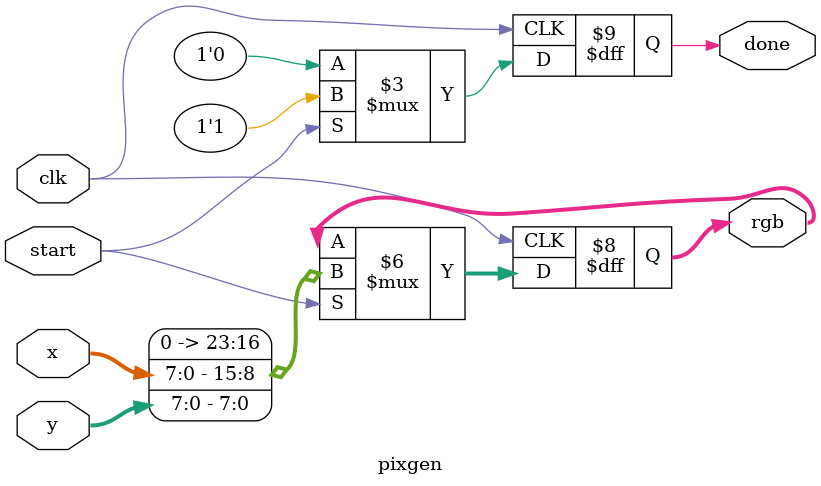
<source format=sv>
module pixgen #(
    parameter integer X_DEPTH   = 9,
    parameter integer Y_DEPTH   = 9,
    parameter integer RGB_DEPTH = 24
) (
    input clk,
    input start,
    input [X_DEPTH-1:0] x,
    input [Y_DEPTH-1:0] y,
    output reg [RGB_DEPTH-1:0] rgb,
    output reg done
);

// given x and y inputs, create an rgb output

always @(posedge clk) begin
  if (start) begin
    done <= 1;
    rgb <= { 8'b0, x[7:0], y[7:0] };
  end
  else done <= 0;
end

endmodule

</source>
